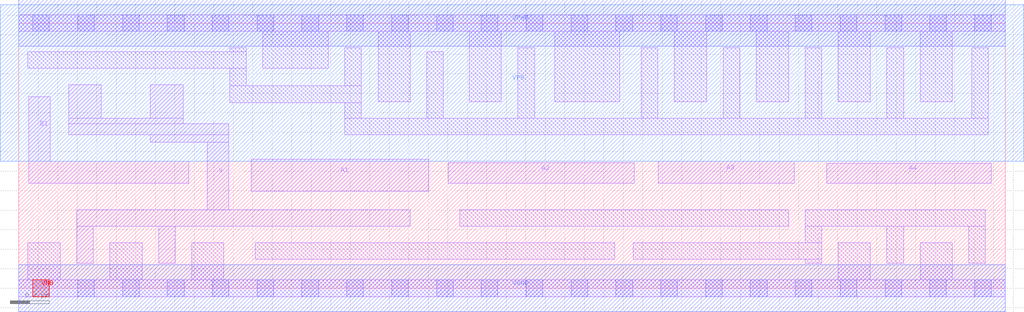
<source format=lef>
# Copyright 2020 The SkyWater PDK Authors
#
# Licensed under the Apache License, Version 2.0 (the "License");
# you may not use this file except in compliance with the License.
# You may obtain a copy of the License at
#
#     https://www.apache.org/licenses/LICENSE-2.0
#
# Unless required by applicable law or agreed to in writing, software
# distributed under the License is distributed on an "AS IS" BASIS,
# WITHOUT WARRANTIES OR CONDITIONS OF ANY KIND, either express or implied.
# See the License for the specific language governing permissions and
# limitations under the License.
#
# SPDX-License-Identifier: Apache-2.0

VERSION 5.7 ;
  NOWIREEXTENSIONATPIN ON ;
  DIVIDERCHAR "/" ;
  BUSBITCHARS "[]" ;
MACRO sky130_fd_sc_hd__a41oi_4
  CLASS CORE ;
  FOREIGN sky130_fd_sc_hd__a41oi_4 ;
  ORIGIN  0.000000  0.000000 ;
  SIZE  10.12000 BY  2.720000 ;
  SYMMETRY X Y R90 ;
  SITE unithd ;
  PIN A1
    ANTENNAGATEAREA  0.990000 ;
    DIRECTION INPUT ;
    USE SIGNAL ;
    PORT
      LAYER li1 ;
        RECT 2.385000 0.995000 4.205000 1.325000 ;
    END
  END A1
  PIN A2
    ANTENNAGATEAREA  0.990000 ;
    DIRECTION INPUT ;
    USE SIGNAL ;
    PORT
      LAYER li1 ;
        RECT 4.405000 1.075000 6.315000 1.285000 ;
    END
  END A2
  PIN A3
    ANTENNAGATEAREA  0.990000 ;
    DIRECTION INPUT ;
    USE SIGNAL ;
    PORT
      LAYER li1 ;
        RECT 6.560000 1.075000 7.955000 1.300000 ;
    END
  END A3
  PIN A4
    ANTENNAGATEAREA  0.990000 ;
    DIRECTION INPUT ;
    USE SIGNAL ;
    PORT
      LAYER li1 ;
        RECT 8.285000 1.075000 9.975000 1.280000 ;
    END
  END A4
  PIN B1
    ANTENNAGATEAREA  0.990000 ;
    DIRECTION INPUT ;
    USE SIGNAL ;
    PORT
      LAYER li1 ;
        RECT 0.105000 1.075000 1.745000 1.305000 ;
        RECT 0.105000 1.305000 0.325000 1.965000 ;
    END
  END B1
  PIN VNB
    PORT
      LAYER pwell ;
        RECT 0.145000 -0.085000 0.315000 0.085000 ;
    END
  END VNB
  PIN VPB
    PORT
      LAYER nwell ;
        RECT -0.190000 1.305000 10.310000 2.910000 ;
    END
  END VPB
  PIN Y
    ANTENNADIFFAREA  1.242000 ;
    DIRECTION OUTPUT ;
    USE SIGNAL ;
    PORT
      LAYER li1 ;
        RECT 0.515000 1.575000 2.155000 1.685000 ;
        RECT 0.515000 1.685000 1.685000 1.745000 ;
        RECT 0.515000 1.745000 0.845000 2.085000 ;
        RECT 0.595000 0.255000 0.765000 0.635000 ;
        RECT 0.595000 0.635000 4.015000 0.805000 ;
        RECT 1.350000 1.495000 2.155000 1.575000 ;
        RECT 1.350000 1.745000 1.685000 2.085000 ;
        RECT 1.435000 0.255000 1.605000 0.635000 ;
        RECT 1.935000 0.805000 2.155000 1.495000 ;
    END
  END Y
  PIN VGND
    DIRECTION INOUT ;
    SHAPE ABUTMENT ;
    USE GROUND ;
    PORT
      LAYER met1 ;
        RECT 0.000000 -0.240000 10.120000 0.240000 ;
    END
  END VGND
  PIN VPWR
    DIRECTION INOUT ;
    SHAPE ABUTMENT ;
    USE POWER ;
    PORT
      LAYER met1 ;
        RECT 0.000000 2.480000 10.120000 2.960000 ;
    END
  END VPWR
  OBS
    LAYER li1 ;
      RECT 0.000000 -0.085000 10.120000 0.085000 ;
      RECT 0.000000  2.635000 10.120000 2.805000 ;
      RECT 0.090000  0.085000  0.425000 0.465000 ;
      RECT 0.090000  2.255000  2.335000 2.425000 ;
      RECT 0.935000  0.085000  1.265000 0.465000 ;
      RECT 1.775000  0.085000  2.105000 0.465000 ;
      RECT 2.165000  1.905000  3.515000 2.075000 ;
      RECT 2.165000  2.075000  2.335000 2.255000 ;
      RECT 2.165000  2.425000  2.335000 2.465000 ;
      RECT 2.425000  0.295000  6.115000 0.465000 ;
      RECT 2.505000  2.255000  3.175000 2.635000 ;
      RECT 3.345000  1.575000  9.945000 1.745000 ;
      RECT 3.345000  1.745000  3.515000 1.905000 ;
      RECT 3.345000  2.075000  3.515000 2.465000 ;
      RECT 3.685000  1.915000  4.015000 2.635000 ;
      RECT 4.185000  1.745000  4.355000 2.425000 ;
      RECT 4.525000  0.635000  7.895000 0.805000 ;
      RECT 4.620000  1.915000  4.950000 2.635000 ;
      RECT 5.120000  1.745000  5.290000 2.465000 ;
      RECT 5.495000  1.915000  6.165000 2.635000 ;
      RECT 6.305000  0.295000  8.235000 0.465000 ;
      RECT 6.385000  1.745000  6.555000 2.465000 ;
      RECT 6.725000  1.915000  7.055000 2.635000 ;
      RECT 7.225000  1.745000  7.395000 2.465000 ;
      RECT 7.565000  1.915000  7.895000 2.635000 ;
      RECT 8.065000  0.255000  8.235000 0.295000 ;
      RECT 8.065000  0.465000  8.235000 0.635000 ;
      RECT 8.065000  0.635000  9.915000 0.805000 ;
      RECT 8.065000  1.745000  8.235000 2.465000 ;
      RECT 8.405000  0.085000  8.735000 0.465000 ;
      RECT 8.405000  1.915000  8.735000 2.635000 ;
      RECT 8.905000  0.255000  9.075000 0.635000 ;
      RECT 8.905000  1.745000  9.075000 2.465000 ;
      RECT 9.245000  0.085000  9.575000 0.465000 ;
      RECT 9.245000  1.915000  9.575000 2.635000 ;
      RECT 9.745000  0.255000  9.915000 0.635000 ;
      RECT 9.775000  1.745000  9.945000 2.465000 ;
    LAYER mcon ;
      RECT 0.145000 -0.085000 0.315000 0.085000 ;
      RECT 0.145000  2.635000 0.315000 2.805000 ;
      RECT 0.605000 -0.085000 0.775000 0.085000 ;
      RECT 0.605000  2.635000 0.775000 2.805000 ;
      RECT 1.065000 -0.085000 1.235000 0.085000 ;
      RECT 1.065000  2.635000 1.235000 2.805000 ;
      RECT 1.525000 -0.085000 1.695000 0.085000 ;
      RECT 1.525000  2.635000 1.695000 2.805000 ;
      RECT 1.985000 -0.085000 2.155000 0.085000 ;
      RECT 1.985000  2.635000 2.155000 2.805000 ;
      RECT 2.445000 -0.085000 2.615000 0.085000 ;
      RECT 2.445000  2.635000 2.615000 2.805000 ;
      RECT 2.905000 -0.085000 3.075000 0.085000 ;
      RECT 2.905000  2.635000 3.075000 2.805000 ;
      RECT 3.365000 -0.085000 3.535000 0.085000 ;
      RECT 3.365000  2.635000 3.535000 2.805000 ;
      RECT 3.825000 -0.085000 3.995000 0.085000 ;
      RECT 3.825000  2.635000 3.995000 2.805000 ;
      RECT 4.285000 -0.085000 4.455000 0.085000 ;
      RECT 4.285000  2.635000 4.455000 2.805000 ;
      RECT 4.745000 -0.085000 4.915000 0.085000 ;
      RECT 4.745000  2.635000 4.915000 2.805000 ;
      RECT 5.205000 -0.085000 5.375000 0.085000 ;
      RECT 5.205000  2.635000 5.375000 2.805000 ;
      RECT 5.665000 -0.085000 5.835000 0.085000 ;
      RECT 5.665000  2.635000 5.835000 2.805000 ;
      RECT 6.125000 -0.085000 6.295000 0.085000 ;
      RECT 6.125000  2.635000 6.295000 2.805000 ;
      RECT 6.585000 -0.085000 6.755000 0.085000 ;
      RECT 6.585000  2.635000 6.755000 2.805000 ;
      RECT 7.045000 -0.085000 7.215000 0.085000 ;
      RECT 7.045000  2.635000 7.215000 2.805000 ;
      RECT 7.505000 -0.085000 7.675000 0.085000 ;
      RECT 7.505000  2.635000 7.675000 2.805000 ;
      RECT 7.965000 -0.085000 8.135000 0.085000 ;
      RECT 7.965000  2.635000 8.135000 2.805000 ;
      RECT 8.425000 -0.085000 8.595000 0.085000 ;
      RECT 8.425000  2.635000 8.595000 2.805000 ;
      RECT 8.885000 -0.085000 9.055000 0.085000 ;
      RECT 8.885000  2.635000 9.055000 2.805000 ;
      RECT 9.345000 -0.085000 9.515000 0.085000 ;
      RECT 9.345000  2.635000 9.515000 2.805000 ;
      RECT 9.805000 -0.085000 9.975000 0.085000 ;
      RECT 9.805000  2.635000 9.975000 2.805000 ;
  END
END sky130_fd_sc_hd__a41oi_4
END LIBRARY

</source>
